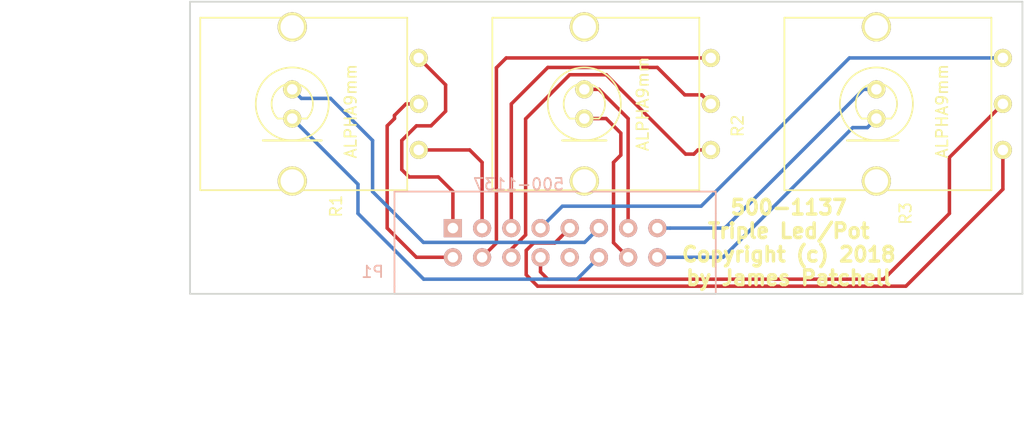
<source format=kicad_pcb>
(kicad_pcb (version 20171130) (host pcbnew "(5.0.1)-3")

  (general
    (thickness 1.6)
    (drawings 10)
    (tracks 88)
    (zones 0)
    (modules 4)
    (nets 16)
  )

  (page A)
  (title_block
    (title "TRIPPLE POT BOARD")
  )

  (layers
    (0 F.Cu signal)
    (31 B.Cu signal)
    (32 B.Adhes user)
    (33 F.Adhes user)
    (34 B.Paste user)
    (35 F.Paste user)
    (36 B.SilkS user)
    (37 F.SilkS user)
    (38 B.Mask user)
    (39 F.Mask user)
    (40 Dwgs.User user)
    (41 Cmts.User user)
    (42 Eco1.User user)
    (43 Eco2.User user)
    (44 Edge.Cuts user)
    (45 Margin user)
    (46 B.CrtYd user)
    (47 F.CrtYd user)
    (48 B.Fab user)
    (49 F.Fab user)
  )

  (setup
    (last_trace_width 0.3048)
    (trace_clearance 0.3048)
    (zone_clearance 0.508)
    (zone_45_only no)
    (trace_min 0.2)
    (segment_width 0.2)
    (edge_width 0.15)
    (via_size 1.016)
    (via_drill 0.508)
    (via_min_size 0.4)
    (via_min_drill 0.3)
    (uvia_size 0.3)
    (uvia_drill 0.1)
    (uvias_allowed no)
    (uvia_min_size 0.2)
    (uvia_min_drill 0.1)
    (pcb_text_width 0.3)
    (pcb_text_size 1.5 1.5)
    (mod_edge_width 0.15)
    (mod_text_size 1 1)
    (mod_text_width 0.15)
    (pad_size 1.524 1.524)
    (pad_drill 0.762)
    (pad_to_mask_clearance 0.2)
    (solder_mask_min_width 0.25)
    (aux_axis_origin 0 0)
    (visible_elements 7FFFFFFF)
    (pcbplotparams
      (layerselection 0x010f0_ffffffff)
      (usegerberextensions false)
      (usegerberattributes false)
      (usegerberadvancedattributes false)
      (creategerberjobfile false)
      (excludeedgelayer true)
      (linewidth 0.100000)
      (plotframeref false)
      (viasonmask false)
      (mode 1)
      (useauxorigin false)
      (hpglpennumber 1)
      (hpglpenspeed 20)
      (hpglpendiameter 15.000000)
      (psnegative false)
      (psa4output false)
      (plotreference true)
      (plotvalue true)
      (plotinvisibletext false)
      (padsonsilk false)
      (subtractmaskfromsilk false)
      (outputformat 1)
      (mirror false)
      (drillshape 0)
      (scaleselection 1)
      (outputdirectory "CAM/"))
  )

  (net 0 "")
  (net 1 "Net-(P1-Pad1)")
  (net 2 "Net-(P1-Pad2)")
  (net 3 "Net-(P1-Pad3)")
  (net 4 "Net-(P1-Pad4)")
  (net 5 "Net-(P1-Pad5)")
  (net 6 "Net-(P1-Pad6)")
  (net 7 "Net-(P1-Pad7)")
  (net 8 "Net-(P1-Pad8)")
  (net 9 "Net-(P1-Pad9)")
  (net 10 "Net-(P1-Pad11)")
  (net 11 "Net-(P1-Pad12)")
  (net 12 "Net-(P1-Pad13)")
  (net 13 "Net-(P1-Pad14)")
  (net 14 "Net-(P1-Pad15)")
  (net 15 "Net-(P1-Pad16)")

  (net_class Default "This is the default net class."
    (clearance 0.3048)
    (trace_width 0.3048)
    (via_dia 1.016)
    (via_drill 0.508)
    (uvia_dia 0.3)
    (uvia_drill 0.1)
    (add_net "Net-(P1-Pad1)")
    (add_net "Net-(P1-Pad11)")
    (add_net "Net-(P1-Pad12)")
    (add_net "Net-(P1-Pad13)")
    (add_net "Net-(P1-Pad14)")
    (add_net "Net-(P1-Pad15)")
    (add_net "Net-(P1-Pad16)")
    (add_net "Net-(P1-Pad2)")
    (add_net "Net-(P1-Pad3)")
    (add_net "Net-(P1-Pad4)")
    (add_net "Net-(P1-Pad5)")
    (add_net "Net-(P1-Pad6)")
    (add_net "Net-(P1-Pad7)")
    (add_net "Net-(P1-Pad8)")
    (add_net "Net-(P1-Pad9)")
  )

  (module FootPrints:IDC8x2_Vert (layer B.Cu) (tedit 58C886C8) (tstamp 5BC3DF97)
    (at 99.06 88.265 180)
    (path /5BDAE7C2)
    (fp_text reference P1 (at 15.875 -2.54 180) (layer B.SilkS)
      (effects (font (size 1 1) (thickness 0.15)) (justify mirror))
    )
    (fp_text value 500-1137 (at 3.175 5.08 180) (layer B.SilkS)
      (effects (font (size 1 1) (thickness 0.15)) (justify mirror))
    )
    (fp_line (start -13.97 -3.81) (end -13.97 -4.445) (layer B.SilkS) (width 0.15))
    (fp_line (start -13.97 -4.445) (end 13.97 -4.445) (layer B.SilkS) (width 0.15))
    (fp_line (start 13.97 -4.445) (end 13.97 -3.81) (layer B.SilkS) (width 0.15))
    (fp_line (start 13.97 3.81) (end 13.97 4.445) (layer B.SilkS) (width 0.15))
    (fp_line (start 13.97 4.445) (end -13.97 4.445) (layer B.SilkS) (width 0.15))
    (fp_line (start -13.97 4.445) (end -13.97 3.81) (layer B.SilkS) (width 0.15))
    (fp_line (start 13.97 -2.54) (end 13.97 -3.81) (layer B.SilkS) (width 0.15))
    (fp_line (start -13.97 -3.81) (end -13.97 -2.54) (layer B.SilkS) (width 0.15))
    (fp_line (start -13.97 2.54) (end -13.97 3.81) (layer B.SilkS) (width 0.15))
    (fp_line (start 13.97 3.81) (end 13.97 2.54) (layer B.SilkS) (width 0.15))
    (fp_line (start -13.97 -2.54) (end -13.97 2.54) (layer B.SilkS) (width 0.15))
    (fp_line (start 13.97 2.54) (end 13.97 -2.54) (layer B.SilkS) (width 0.15))
    (pad 1 thru_hole rect (at 8.89 1.27 180) (size 1.5748 1.5748) (drill 0.9144) (layers *.Cu *.Mask B.SilkS)
      (net 1 "Net-(P1-Pad1)"))
    (pad 2 thru_hole circle (at 8.89 -1.27 180) (size 1.5748 1.5748) (drill 0.9144) (layers *.Cu *.Mask B.SilkS)
      (net 2 "Net-(P1-Pad2)"))
    (pad 3 thru_hole circle (at 6.35 1.27 180) (size 1.5748 1.5748) (drill 0.9144) (layers *.Cu *.Mask B.SilkS)
      (net 3 "Net-(P1-Pad3)"))
    (pad 4 thru_hole circle (at 6.35 -1.27 180) (size 1.5748 1.5748) (drill 0.9144) (layers *.Cu *.Mask B.SilkS)
      (net 4 "Net-(P1-Pad4)"))
    (pad 5 thru_hole circle (at 3.81 1.27 180) (size 1.5748 1.5748) (drill 0.9144) (layers *.Cu *.Mask B.SilkS)
      (net 5 "Net-(P1-Pad5)"))
    (pad 6 thru_hole circle (at 3.81 -1.27 180) (size 1.5748 1.5748) (drill 0.9144) (layers *.Cu *.Mask B.SilkS)
      (net 6 "Net-(P1-Pad6)"))
    (pad 7 thru_hole circle (at 1.27 1.27 180) (size 1.5748 1.5748) (drill 0.9144) (layers *.Cu *.Mask B.SilkS)
      (net 7 "Net-(P1-Pad7)"))
    (pad 8 thru_hole circle (at 1.27 -1.27 180) (size 1.5748 1.5748) (drill 0.9144) (layers *.Cu *.Mask B.SilkS)
      (net 8 "Net-(P1-Pad8)"))
    (pad 9 thru_hole circle (at -1.27 1.27 180) (size 1.5748 1.5748) (drill 0.9144) (layers *.Cu *.Mask B.SilkS)
      (net 9 "Net-(P1-Pad9)"))
    (pad 10 thru_hole circle (at -1.27 -1.27 180) (size 1.5748 1.5748) (drill 0.9144) (layers *.Cu *.Mask B.SilkS))
    (pad 11 thru_hole circle (at -3.81 1.27 180) (size 1.5748 1.5748) (drill 0.9144) (layers *.Cu *.Mask B.SilkS)
      (net 10 "Net-(P1-Pad11)"))
    (pad 12 thru_hole circle (at -3.81 -1.27 180) (size 1.5748 1.5748) (drill 0.9144) (layers *.Cu *.Mask B.SilkS)
      (net 11 "Net-(P1-Pad12)"))
    (pad 13 thru_hole circle (at -6.35 1.27 180) (size 1.5748 1.5748) (drill 0.9144) (layers *.Cu *.Mask B.SilkS)
      (net 12 "Net-(P1-Pad13)"))
    (pad 14 thru_hole circle (at -6.35 -1.27 180) (size 1.5748 1.5748) (drill 0.9144) (layers *.Cu *.Mask B.SilkS)
      (net 13 "Net-(P1-Pad14)"))
    (pad 15 thru_hole circle (at -8.89 1.27 180) (size 1.5748 1.5748) (drill 0.9144) (layers *.Cu *.Mask B.SilkS)
      (net 14 "Net-(P1-Pad15)"))
    (pad 16 thru_hole circle (at -8.89 -1.27 180) (size 1.5748 1.5748) (drill 0.9144) (layers *.Cu *.Mask B.SilkS)
      (net 15 "Net-(P1-Pad16)"))
  )

  (module FootPrints:Alpha9mmPotWithLED (layer F.Cu) (tedit 5751FE58) (tstamp 5BC3DC0A)
    (at 76.2 76.2 90)
    (path /5BDAE8E9)
    (fp_text reference R1 (at -8.89 3.81 90) (layer F.SilkS)
      (effects (font (size 1 1) (thickness 0.15)))
    )
    (fp_text value ALPHA9mm (at -0.635 5.08 90) (layer F.SilkS)
      (effects (font (size 1 1) (thickness 0.15)))
    )
    (fp_arc (start 0 0) (end 1.27 1.27) (angle 90) (layer F.SilkS) (width 0.15))
    (fp_arc (start 0 0) (end 1.27 -1.27) (angle 90) (layer F.SilkS) (width 0.15))
    (fp_arc (start 0 0) (end -1.27 -1.27) (angle 90) (layer F.SilkS) (width 0.15))
    (fp_line (start -1.27 -1.27) (end -1.27 1.27) (layer F.SilkS) (width 0.15))
    (fp_circle (center 0 0) (end 3.175 0) (layer F.SilkS) (width 0.15))
    (fp_line (start -7.5 10) (end 7.5 10) (layer F.SilkS) (width 0.15))
    (fp_line (start 7.5 10) (end 7.5 -8) (layer F.SilkS) (width 0.15))
    (fp_line (start 7.5 -8) (end -7.5 -8) (layer F.SilkS) (width 0.15))
    (fp_line (start -7.5 -8) (end -7.5 10) (layer F.SilkS) (width 0.15))
    (pad "" thru_hole circle (at -6.7 0 90) (size 2.54 2.54) (drill 2.032) (layers *.Cu *.Mask F.SilkS))
    (pad "" thru_hole circle (at 6.7 0 90) (size 2.54 2.54) (drill 2.032) (layers *.Cu *.Mask F.SilkS))
    (pad 4 thru_hole circle (at -1.27 0 90) (size 1.5748 1.5748) (drill 0.9144) (layers *.Cu *.Mask F.SilkS)
      (net 11 "Net-(P1-Pad12)"))
    (pad 5 thru_hole circle (at 1.27 0 90) (size 1.5748 1.5748) (drill 0.9144) (layers *.Cu *.Mask F.SilkS)
      (net 10 "Net-(P1-Pad11)"))
    (pad 2 thru_hole circle (at 0 11 90) (size 1.5748 1.5748) (drill 0.9144) (layers *.Cu *.Mask F.SilkS)
      (net 2 "Net-(P1-Pad2)"))
    (pad 3 thru_hole circle (at 4 11 90) (size 1.5748 1.5748) (drill 0.9144) (layers *.Cu *.Mask F.SilkS)
      (net 1 "Net-(P1-Pad1)"))
    (pad 1 thru_hole circle (at -4 11 90) (size 1.5748 1.5748) (drill 0.9144) (layers *.Cu *.Mask F.SilkS)
      (net 3 "Net-(P1-Pad3)"))
  )

  (module FootPrints:Alpha9mmPotWithLED (layer F.Cu) (tedit 5751FE58) (tstamp 5BC3DC1E)
    (at 101.6 76.2 90)
    (path /5BDAE9FA)
    (fp_text reference R2 (at -1.905 13.335 90) (layer F.SilkS)
      (effects (font (size 1 1) (thickness 0.15)))
    )
    (fp_text value ALPHA9mm (at 0 5.08 90) (layer F.SilkS)
      (effects (font (size 1 1) (thickness 0.15)))
    )
    (fp_line (start -7.5 -8) (end -7.5 10) (layer F.SilkS) (width 0.15))
    (fp_line (start 7.5 -8) (end -7.5 -8) (layer F.SilkS) (width 0.15))
    (fp_line (start 7.5 10) (end 7.5 -8) (layer F.SilkS) (width 0.15))
    (fp_line (start -7.5 10) (end 7.5 10) (layer F.SilkS) (width 0.15))
    (fp_circle (center 0 0) (end 3.175 0) (layer F.SilkS) (width 0.15))
    (fp_line (start -1.27 -1.27) (end -1.27 1.27) (layer F.SilkS) (width 0.15))
    (fp_arc (start 0 0) (end -1.27 -1.27) (angle 90) (layer F.SilkS) (width 0.15))
    (fp_arc (start 0 0) (end 1.27 -1.27) (angle 90) (layer F.SilkS) (width 0.15))
    (fp_arc (start 0 0) (end 1.27 1.27) (angle 90) (layer F.SilkS) (width 0.15))
    (pad 1 thru_hole circle (at -4 11 90) (size 1.5748 1.5748) (drill 0.9144) (layers *.Cu *.Mask F.SilkS)
      (net 6 "Net-(P1-Pad6)"))
    (pad 3 thru_hole circle (at 4 11 90) (size 1.5748 1.5748) (drill 0.9144) (layers *.Cu *.Mask F.SilkS)
      (net 4 "Net-(P1-Pad4)"))
    (pad 2 thru_hole circle (at 0 11 90) (size 1.5748 1.5748) (drill 0.9144) (layers *.Cu *.Mask F.SilkS)
      (net 5 "Net-(P1-Pad5)"))
    (pad 5 thru_hole circle (at 1.27 0 90) (size 1.5748 1.5748) (drill 0.9144) (layers *.Cu *.Mask F.SilkS)
      (net 12 "Net-(P1-Pad13)"))
    (pad 4 thru_hole circle (at -1.27 0 90) (size 1.5748 1.5748) (drill 0.9144) (layers *.Cu *.Mask F.SilkS)
      (net 13 "Net-(P1-Pad14)"))
    (pad "" thru_hole circle (at 6.7 0 90) (size 2.54 2.54) (drill 2.032) (layers *.Cu *.Mask F.SilkS))
    (pad "" thru_hole circle (at -6.7 0 90) (size 2.54 2.54) (drill 2.032) (layers *.Cu *.Mask F.SilkS))
  )

  (module FootPrints:Alpha9mmPotWithLED (layer F.Cu) (tedit 5751FE58) (tstamp 5BC3DC32)
    (at 127 76.2 90)
    (path /5BDAEA34)
    (fp_text reference R3 (at -9.525 2.54 90) (layer F.SilkS)
      (effects (font (size 1 1) (thickness 0.15)))
    )
    (fp_text value ALPHA9mm (at -0.635 5.715 90) (layer F.SilkS)
      (effects (font (size 1 1) (thickness 0.15)))
    )
    (fp_arc (start 0 0) (end 1.27 1.27) (angle 90) (layer F.SilkS) (width 0.15))
    (fp_arc (start 0 0) (end 1.27 -1.27) (angle 90) (layer F.SilkS) (width 0.15))
    (fp_arc (start 0 0) (end -1.27 -1.27) (angle 90) (layer F.SilkS) (width 0.15))
    (fp_line (start -1.27 -1.27) (end -1.27 1.27) (layer F.SilkS) (width 0.15))
    (fp_circle (center 0 0) (end 3.175 0) (layer F.SilkS) (width 0.15))
    (fp_line (start -7.5 10) (end 7.5 10) (layer F.SilkS) (width 0.15))
    (fp_line (start 7.5 10) (end 7.5 -8) (layer F.SilkS) (width 0.15))
    (fp_line (start 7.5 -8) (end -7.5 -8) (layer F.SilkS) (width 0.15))
    (fp_line (start -7.5 -8) (end -7.5 10) (layer F.SilkS) (width 0.15))
    (pad "" thru_hole circle (at -6.7 0 90) (size 2.54 2.54) (drill 2.032) (layers *.Cu *.Mask F.SilkS))
    (pad "" thru_hole circle (at 6.7 0 90) (size 2.54 2.54) (drill 2.032) (layers *.Cu *.Mask F.SilkS))
    (pad 4 thru_hole circle (at -1.27 0 90) (size 1.5748 1.5748) (drill 0.9144) (layers *.Cu *.Mask F.SilkS)
      (net 15 "Net-(P1-Pad16)"))
    (pad 5 thru_hole circle (at 1.27 0 90) (size 1.5748 1.5748) (drill 0.9144) (layers *.Cu *.Mask F.SilkS)
      (net 14 "Net-(P1-Pad15)"))
    (pad 2 thru_hole circle (at 0 11 90) (size 1.5748 1.5748) (drill 0.9144) (layers *.Cu *.Mask F.SilkS)
      (net 8 "Net-(P1-Pad8)"))
    (pad 3 thru_hole circle (at 4 11 90) (size 1.5748 1.5748) (drill 0.9144) (layers *.Cu *.Mask F.SilkS)
      (net 7 "Net-(P1-Pad7)"))
    (pad 1 thru_hole circle (at -4 11 90) (size 1.5748 1.5748) (drill 0.9144) (layers *.Cu *.Mask F.SilkS)
      (net 9 "Net-(P1-Pad9)"))
  )

  (gr_text "500-1137\nTriple Led/Pot\nCopyright (c) 2018\nby James Patchell" (at 119.38 88.265) (layer F.SilkS)
    (effects (font (size 1.27 1.27) (thickness 0.3)))
  )
  (gr_line (start 124.46 79.375) (end 128.905 79.375) (layer F.SilkS) (width 0.2))
  (gr_line (start 99.695 79.375) (end 103.505 79.375) (layer F.SilkS) (width 0.2))
  (gr_line (start 73.66 79.375) (end 78.74 79.375) (layer F.SilkS) (width 0.2))
  (dimension 25.4 (width 0.3) (layer F.Fab)
    (gr_text "1.0000 in" (at 56.32 80.01 270) (layer F.Fab)
      (effects (font (size 1.5 1.5) (thickness 0.3)))
    )
    (feature1 (pts (xy 66.675 92.71) (xy 57.833579 92.71)))
    (feature2 (pts (xy 66.675 67.31) (xy 57.833579 67.31)))
    (crossbar (pts (xy 58.42 67.31) (xy 58.42 92.71)))
    (arrow1a (pts (xy 58.42 92.71) (xy 57.833579 91.583496)))
    (arrow1b (pts (xy 58.42 92.71) (xy 59.006421 91.583496)))
    (arrow2a (pts (xy 58.42 67.31) (xy 57.833579 68.436504)))
    (arrow2b (pts (xy 58.42 67.31) (xy 59.006421 68.436504)))
  )
  (dimension 72.39 (width 0.3) (layer F.Fab)
    (gr_text "2.8500 in" (at 103.505 105.605) (layer F.Fab)
      (effects (font (size 1.5 1.5) (thickness 0.3)))
    )
    (feature1 (pts (xy 139.7 93.98) (xy 139.7 104.091421)))
    (feature2 (pts (xy 67.31 93.98) (xy 67.31 104.091421)))
    (crossbar (pts (xy 67.31 103.505) (xy 139.7 103.505)))
    (arrow1a (pts (xy 139.7 103.505) (xy 138.573496 104.091421)))
    (arrow1b (pts (xy 139.7 103.505) (xy 138.573496 102.918579)))
    (arrow2a (pts (xy 67.31 103.505) (xy 68.436504 104.091421)))
    (arrow2b (pts (xy 67.31 103.505) (xy 68.436504 102.918579)))
  )
  (gr_line (start 67.31 92.71) (end 67.31 67.31) (layer Edge.Cuts) (width 0.15))
  (gr_line (start 139.7 92.71) (end 67.31 92.71) (layer Edge.Cuts) (width 0.15))
  (gr_line (start 139.7 67.31) (end 139.7 92.71) (layer Edge.Cuts) (width 0.15))
  (gr_line (start 67.31 67.31) (end 139.7 67.31) (layer Edge.Cuts) (width 0.15))

  (segment (start 87.2 72.2) (end 89.535 74.535) (width 0.3048) (layer F.Cu) (net 1))
  (segment (start 89.535 74.535) (end 89.535 76.835) (width 0.3048) (layer F.Cu) (net 1))
  (segment (start 89.535 76.835) (end 88.265 78.105) (width 0.3048) (layer F.Cu) (net 1))
  (segment (start 88.265 78.105) (end 86.995 78.105) (width 0.3048) (layer F.Cu) (net 1))
  (segment (start 86.995 78.105) (end 85.725 79.375) (width 0.3048) (layer F.Cu) (net 1))
  (segment (start 85.725 79.375) (end 85.725 81.915) (width 0.3048) (layer F.Cu) (net 1))
  (segment (start 85.725 81.915) (end 86.36 82.55) (width 0.3048) (layer F.Cu) (net 1))
  (segment (start 86.36 82.55) (end 88.9 82.55) (width 0.3048) (layer F.Cu) (net 1))
  (segment (start 88.9 82.55) (end 90.17 83.82) (width 0.3048) (layer F.Cu) (net 1))
  (segment (start 90.17 83.82) (end 90.17 86.995) (width 0.3048) (layer F.Cu) (net 1))
  (segment (start 86.086449 76.2) (end 85.09 77.196449) (width 0.3048) (layer F.Cu) (net 2))
  (segment (start 87.2 76.2) (end 86.086449 76.2) (width 0.3048) (layer F.Cu) (net 2))
  (segment (start 85.09 77.196449) (end 85.09 77.47) (width 0.3048) (layer F.Cu) (net 2))
  (segment (start 85.09 77.47) (end 84.455 78.105) (width 0.3048) (layer F.Cu) (net 2))
  (segment (start 84.455 78.105) (end 84.455 86.995) (width 0.3048) (layer F.Cu) (net 2))
  (segment (start 86.995 89.535) (end 90.17 89.535) (width 0.3048) (layer F.Cu) (net 2))
  (segment (start 84.455 86.995) (end 86.995 89.535) (width 0.3048) (layer F.Cu) (net 2))
  (segment (start 87.2 80.2) (end 91.63 80.2) (width 0.3048) (layer F.Cu) (net 3))
  (segment (start 92.71 81.28) (end 92.71 86.995) (width 0.3048) (layer F.Cu) (net 3))
  (segment (start 91.63 80.2) (end 92.71 81.28) (width 0.3048) (layer F.Cu) (net 3))
  (segment (start 93.954601 88.290399) (end 92.71 89.535) (width 0.3048) (layer F.Cu) (net 4))
  (segment (start 93.954601 73.050399) (end 93.954601 88.290399) (width 0.3048) (layer F.Cu) (net 4))
  (segment (start 112.6 72.2) (end 94.805 72.2) (width 0.3048) (layer F.Cu) (net 4))
  (segment (start 94.805 72.2) (end 93.954601 73.050399) (width 0.3048) (layer F.Cu) (net 4))
  (segment (start 111.812601 75.412601) (end 110.337601 75.412601) (width 0.3048) (layer F.Cu) (net 5))
  (segment (start 112.6 76.2) (end 111.812601 75.412601) (width 0.3048) (layer F.Cu) (net 5))
  (segment (start 110.337601 75.412601) (end 107.95 73.025) (width 0.3048) (layer F.Cu) (net 5))
  (segment (start 107.95 73.025) (end 98.425 73.025) (width 0.3048) (layer F.Cu) (net 5))
  (segment (start 98.425 73.025) (end 95.25 76.2) (width 0.3048) (layer F.Cu) (net 5))
  (segment (start 95.25 76.2) (end 95.25 86.995) (width 0.3048) (layer F.Cu) (net 5))
  (segment (start 96.494601 77.495399) (end 96.494601 87.592409) (width 0.3048) (layer F.Cu) (net 6))
  (segment (start 112.6 80.2) (end 111.486449 80.2) (width 0.3048) (layer F.Cu) (net 6))
  (segment (start 96.494601 87.592409) (end 95.25 88.83701) (width 0.3048) (layer F.Cu) (net 6))
  (segment (start 111.486449 80.2) (end 111.125 80.561449) (width 0.3048) (layer F.Cu) (net 6))
  (segment (start 111.125 80.561449) (end 110.406449 80.561449) (width 0.3048) (layer F.Cu) (net 6))
  (segment (start 110.406449 80.561449) (end 103.505 73.66) (width 0.3048) (layer F.Cu) (net 6))
  (segment (start 95.25 88.83701) (end 95.25 89.535) (width 0.3048) (layer F.Cu) (net 6))
  (segment (start 103.505 73.66) (end 100.33 73.66) (width 0.3048) (layer F.Cu) (net 6))
  (segment (start 100.33 73.66) (end 96.494601 77.495399) (width 0.3048) (layer F.Cu) (net 6))
  (segment (start 124.65 72.2) (end 138 72.2) (width 0.3048) (layer B.Cu) (net 7))
  (segment (start 111.76 85.09) (end 124.65 72.2) (width 0.3048) (layer B.Cu) (net 7))
  (segment (start 97.79 86.995) (end 99.695 85.09) (width 0.3048) (layer B.Cu) (net 7))
  (segment (start 99.695 85.09) (end 111.76 85.09) (width 0.3048) (layer B.Cu) (net 7))
  (segment (start 127.635 91.44) (end 98.425 91.44) (width 0.3048) (layer F.Cu) (net 8))
  (segment (start 98.425 91.44) (end 97.79 90.805) (width 0.3048) (layer F.Cu) (net 8))
  (segment (start 133.35 85.725) (end 127.635 91.44) (width 0.3048) (layer F.Cu) (net 8))
  (segment (start 97.79 90.805) (end 97.79 89.535) (width 0.3048) (layer F.Cu) (net 8))
  (segment (start 133.35 80.85) (end 133.35 85.725) (width 0.3048) (layer F.Cu) (net 8))
  (segment (start 138 76.2) (end 133.35 80.85) (width 0.3048) (layer F.Cu) (net 8))
  (segment (start 138 80.2) (end 138 83.615) (width 0.3048) (layer F.Cu) (net 9))
  (segment (start 138 83.615) (end 129.565389 92.049611) (width 0.3048) (layer F.Cu) (net 9))
  (segment (start 97.192591 88.290399) (end 99.034601 88.290399) (width 0.3048) (layer F.Cu) (net 9))
  (segment (start 99.034601 88.290399) (end 99.542601 87.782399) (width 0.3048) (layer F.Cu) (net 9))
  (segment (start 129.565389 92.049611) (end 97.537491 92.049611) (width 0.3048) (layer F.Cu) (net 9))
  (segment (start 96.545399 88.937591) (end 97.192591 88.290399) (width 0.3048) (layer F.Cu) (net 9))
  (segment (start 96.545399 91.057519) (end 96.545399 88.937591) (width 0.3048) (layer F.Cu) (net 9))
  (segment (start 99.542601 87.782399) (end 100.33 86.995) (width 0.3048) (layer F.Cu) (net 9))
  (segment (start 97.537491 92.049611) (end 96.545399 91.057519) (width 0.3048) (layer F.Cu) (net 9))
  (segment (start 76.987399 75.717399) (end 79.527399 75.717399) (width 0.3048) (layer B.Cu) (net 10))
  (segment (start 76.2 74.93) (end 76.987399 75.717399) (width 0.3048) (layer B.Cu) (net 10))
  (segment (start 79.527399 75.717399) (end 83.185 79.375) (width 0.3048) (layer B.Cu) (net 10))
  (segment (start 83.185 79.375) (end 83.185 83.82) (width 0.3048) (layer B.Cu) (net 10))
  (segment (start 102.082601 87.782399) (end 102.87 86.995) (width 0.3048) (layer B.Cu) (net 10))
  (segment (start 101.625399 88.239601) (end 102.082601 87.782399) (width 0.3048) (layer B.Cu) (net 10))
  (segment (start 87.604601 88.239601) (end 101.625399 88.239601) (width 0.3048) (layer B.Cu) (net 10))
  (segment (start 83.185 83.82) (end 87.604601 88.239601) (width 0.3048) (layer B.Cu) (net 10))
  (segment (start 100.965 91.44) (end 102.87 89.535) (width 0.3048) (layer B.Cu) (net 11))
  (segment (start 87.63 91.44) (end 100.965 91.44) (width 0.3048) (layer B.Cu) (net 11))
  (segment (start 81.915 85.725) (end 87.63 91.44) (width 0.3048) (layer B.Cu) (net 11))
  (segment (start 76.2 77.47) (end 81.915 83.185) (width 0.3048) (layer B.Cu) (net 11))
  (segment (start 81.915 83.185) (end 81.915 85.725) (width 0.3048) (layer B.Cu) (net 11))
  (segment (start 102.87 74.93) (end 101.6 74.93) (width 0.3048) (layer F.Cu) (net 12))
  (segment (start 105.41 86.995) (end 105.41 77.47) (width 0.3048) (layer F.Cu) (net 12))
  (segment (start 105.41 77.47) (end 102.87 74.93) (width 0.3048) (layer F.Cu) (net 12))
  (segment (start 104.14 88.265) (end 105.41 89.535) (width 0.3048) (layer F.Cu) (net 13))
  (segment (start 104.14 81.28) (end 104.14 88.265) (width 0.3048) (layer F.Cu) (net 13))
  (segment (start 104.775 80.645) (end 104.14 81.28) (width 0.3048) (layer F.Cu) (net 13))
  (segment (start 104.775 78.74) (end 104.775 80.645) (width 0.3048) (layer F.Cu) (net 13))
  (segment (start 101.6 77.47) (end 103.505 77.47) (width 0.3048) (layer F.Cu) (net 13))
  (segment (start 103.505 77.47) (end 104.775 78.74) (width 0.3048) (layer F.Cu) (net 13))
  (segment (start 109.063551 86.995) (end 107.95 86.995) (width 0.3048) (layer B.Cu) (net 14))
  (segment (start 113.821449 86.995) (end 109.063551 86.995) (width 0.3048) (layer B.Cu) (net 14))
  (segment (start 125.886449 74.93) (end 113.821449 86.995) (width 0.3048) (layer B.Cu) (net 14))
  (segment (start 127 74.93) (end 125.886449 74.93) (width 0.3048) (layer B.Cu) (net 14))
  (segment (start 126.212601 78.257399) (end 124.942601 78.257399) (width 0.3048) (layer B.Cu) (net 15))
  (segment (start 127 77.47) (end 126.212601 78.257399) (width 0.3048) (layer B.Cu) (net 15))
  (segment (start 113.665 89.535) (end 107.95 89.535) (width 0.3048) (layer B.Cu) (net 15))
  (segment (start 124.942601 78.257399) (end 113.665 89.535) (width 0.3048) (layer B.Cu) (net 15))

)

</source>
